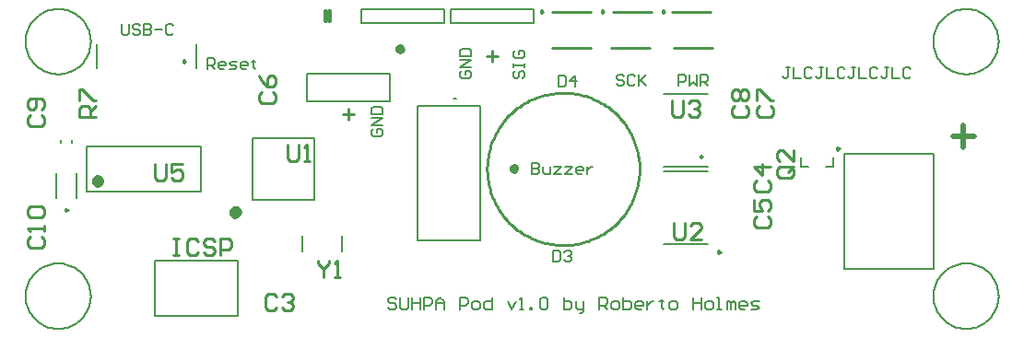
<source format=gto>
G04*
G04 #@! TF.GenerationSoftware,Altium Limited,Altium Designer,20.1.10 (176)*
G04*
G04 Layer_Color=65535*
%FSLAX25Y25*%
%MOIN*%
G70*
G04*
G04 #@! TF.SameCoordinates,4904768C-9D57-489E-94B9-A5ABCCC02516*
G04*
G04*
G04 #@! TF.FilePolarity,Positive*
G04*
G01*
G75*
%ADD10C,0.00984*%
%ADD11C,0.02362*%
%ADD12C,0.01968*%
%ADD13C,0.01000*%
%ADD14C,0.00787*%
%ADD15C,0.00800*%
%ADD16C,0.01575*%
%ADD17C,0.00500*%
D10*
X245992Y63500D02*
X245254Y63926D01*
Y63074D01*
X245992Y63500D01*
X252492Y29000D02*
X251754Y29426D01*
Y28574D01*
X252492Y29000D01*
X27760Y54724D02*
X27022Y55151D01*
Y54298D01*
X27760Y54724D01*
X76992Y42500D02*
X76254Y42926D01*
Y42074D01*
X76992Y42500D01*
X295472Y66437D02*
X294734Y66863D01*
Y66011D01*
X295472Y66437D01*
X58992Y98000D02*
X58254Y98426D01*
Y97574D01*
X58992Y98000D01*
X16492Y44240D02*
X15754Y44666D01*
Y43814D01*
X16492Y44240D01*
X167984Y99952D02*
X171920D01*
X169952Y101920D02*
Y97984D01*
X115984Y78952D02*
X119920D01*
X117952Y80920D02*
Y76984D01*
D11*
X28449Y54724D02*
X28004Y55648D01*
X27005Y55876D01*
X26204Y55237D01*
Y54212D01*
X27005Y53573D01*
X28004Y53801D01*
X28449Y54724D01*
X78181Y43500D02*
X77736Y44423D01*
X76737Y44651D01*
X75936Y44012D01*
Y42987D01*
X76737Y42349D01*
X77736Y42577D01*
X78181Y43500D01*
D12*
X137488Y102374D02*
X136944Y103123D01*
X136064Y102837D01*
Y101911D01*
X136944Y101625D01*
X137488Y102374D01*
X178740Y59055D02*
X178196Y59804D01*
X177316Y59518D01*
Y58592D01*
X178196Y58306D01*
X178740Y59055D01*
X336469Y70904D02*
X344340D01*
X340404Y74840D02*
Y66969D01*
D13*
X223228Y59055D02*
X223210Y60056D01*
X223156Y61055D01*
X223065Y62052D01*
X222938Y63045D01*
X222775Y64032D01*
X222577Y65013D01*
X222342Y65986D01*
X222073Y66950D01*
X221769Y67904D01*
X221431Y68846D01*
X221058Y69775D01*
X220652Y70689D01*
X220213Y71589D01*
X219742Y72472D01*
X219239Y73337D01*
X218705Y74184D01*
X218140Y75010D01*
X217546Y75815D01*
X216923Y76599D01*
X216272Y77359D01*
X215594Y78095D01*
X214889Y78806D01*
X214159Y79491D01*
X213405Y80149D01*
X212628Y80779D01*
X211828Y81380D01*
X211006Y81952D01*
X210165Y82494D01*
X209304Y83005D01*
X208425Y83484D01*
X207530Y83931D01*
X206619Y84346D01*
X205693Y84727D01*
X204755Y85074D01*
X203804Y85386D01*
X202842Y85664D01*
X201871Y85907D01*
X200892Y86115D01*
X199906Y86286D01*
X198915Y86422D01*
X197919Y86522D01*
X196920Y86586D01*
X195920Y86613D01*
X194919Y86604D01*
X193919Y86559D01*
X192921Y86477D01*
X191927Y86359D01*
X190938Y86205D01*
X189956Y86015D01*
X188981Y85790D01*
X188014Y85530D01*
X187058Y85234D01*
X186113Y84904D01*
X185181Y84540D01*
X184262Y84143D01*
X183359Y83712D01*
X182472Y83249D01*
X181602Y82753D01*
X180751Y82227D01*
X179919Y81670D01*
X179108Y81083D01*
X178319Y80467D01*
X177553Y79823D01*
X176811Y79152D01*
X176094Y78454D01*
X175402Y77730D01*
X174738Y76982D01*
X174100Y76210D01*
X173492Y75415D01*
X172912Y74599D01*
X172363Y73763D01*
X171844Y72907D01*
X171357Y72033D01*
X170902Y71141D01*
X170479Y70234D01*
X170090Y69312D01*
X169734Y68376D01*
X169413Y67428D01*
X169126Y66470D01*
X168875Y65501D01*
X168658Y64524D01*
X168477Y63539D01*
X168333Y62549D01*
X168224Y61554D01*
X168151Y60556D01*
X168115Y59556D01*
X168115Y58555D01*
X168151Y57555D01*
X168224Y56556D01*
X168333Y55561D01*
X168477Y54571D01*
X168658Y53587D01*
X168875Y52609D01*
X169126Y51641D01*
X169413Y50682D01*
X169734Y49734D01*
X170090Y48798D01*
X170479Y47876D01*
X170902Y46969D01*
X171357Y46078D01*
X171844Y45204D01*
X172363Y44348D01*
X172912Y43511D01*
X173492Y42695D01*
X174100Y41900D01*
X174738Y41129D01*
X175402Y40380D01*
X176094Y39657D01*
X176811Y38959D01*
X177553Y38287D01*
X178319Y37643D01*
X179108Y37027D01*
X179919Y36440D01*
X180750Y35883D01*
X181602Y35357D01*
X182472Y34862D01*
X183359Y34398D01*
X184262Y33968D01*
X185180Y33570D01*
X186113Y33206D01*
X187058Y32876D01*
X188014Y32581D01*
X188980Y32320D01*
X189955Y32095D01*
X190938Y31905D01*
X191927Y31751D01*
X192921Y31633D01*
X193919Y31552D01*
X194919Y31506D01*
X195919Y31497D01*
X196920Y31525D01*
X197919Y31588D01*
X198915Y31688D01*
X199906Y31824D01*
X200892Y31995D01*
X201871Y32203D01*
X202842Y32446D01*
X203804Y32724D01*
X204754Y33037D01*
X205693Y33384D01*
X206619Y33765D01*
X207530Y34179D01*
X208425Y34626D01*
X209304Y35105D01*
X210165Y35616D01*
X211006Y36158D01*
X211827Y36730D01*
X212628Y37331D01*
X213405Y37962D01*
X214159Y38619D01*
X214889Y39304D01*
X215594Y40015D01*
X216272Y40751D01*
X216923Y41511D01*
X217546Y42295D01*
X218140Y43100D01*
X218705Y43927D01*
X219239Y44773D01*
X219742Y45638D01*
X220213Y46521D01*
X220652Y47421D01*
X221058Y48335D01*
X221431Y49264D01*
X221769Y50206D01*
X222073Y51160D01*
X222342Y52124D01*
X222577Y53097D01*
X222775Y54078D01*
X222938Y55066D01*
X223065Y56058D01*
X223156Y57055D01*
X223210Y58054D01*
X223228Y59055D01*
X188440Y116000D02*
X187780Y116381D01*
Y115619D01*
X188440Y116000D01*
X232440D02*
X231780Y116381D01*
Y115619D01*
X232440Y116000D01*
X210440D02*
X209780Y116381D01*
Y115619D01*
X210440Y116000D01*
X235500Y103000D02*
X249476D01*
X213024D02*
X227000D01*
X191500Y116000D02*
X205476D01*
X191500Y103000D02*
X205476D01*
X235024Y116000D02*
X249000D01*
X213524D02*
X227500D01*
X107001Y25999D02*
Y24999D01*
X109001Y23000D01*
X111000Y24999D01*
Y25999D01*
X109001Y23000D02*
Y20001D01*
X112999D02*
X114999D01*
X113999D01*
Y25999D01*
X112999Y24999D01*
X277999Y60000D02*
X274001D01*
X273001Y59001D01*
Y57001D01*
X274001Y56002D01*
X277999D01*
X278999Y57001D01*
Y59001D01*
X277000Y58001D02*
X278999Y60000D01*
Y59001D02*
X277999Y60000D01*
X278999Y65998D02*
Y62000D01*
X275000Y65998D01*
X274001D01*
X273001Y64999D01*
Y62999D01*
X274001Y62000D01*
X235502Y39499D02*
Y34501D01*
X236501Y33501D01*
X238501D01*
X239500Y34501D01*
Y39499D01*
X245498Y33501D02*
X241500D01*
X245498Y37500D01*
Y38499D01*
X244499Y39499D01*
X242499D01*
X241500Y38499D01*
X265501Y42000D02*
X264501Y41001D01*
Y39001D01*
X265501Y38002D01*
X269499D01*
X270499Y39001D01*
Y41001D01*
X269499Y42000D01*
X264501Y47998D02*
Y44000D01*
X267500D01*
X266500Y45999D01*
Y46999D01*
X267500Y47998D01*
X269499D01*
X270499Y46999D01*
Y44999D01*
X269499Y44000D01*
X265501Y55000D02*
X264501Y54001D01*
Y52001D01*
X265501Y51002D01*
X269499D01*
X270499Y52001D01*
Y54001D01*
X269499Y55000D01*
X270499Y59999D02*
X264501D01*
X267500Y57000D01*
Y60998D01*
X235002Y83999D02*
Y79001D01*
X236001Y78001D01*
X238001D01*
X239000Y79001D01*
Y83999D01*
X241000Y82999D02*
X241999Y83999D01*
X243999D01*
X244998Y82999D01*
Y82000D01*
X243999Y81000D01*
X242999D01*
X243999D01*
X244998Y80000D01*
Y79001D01*
X243999Y78001D01*
X241999D01*
X241000Y79001D01*
X257501Y82000D02*
X256501Y81001D01*
Y79001D01*
X257501Y78002D01*
X261499D01*
X262499Y79001D01*
Y81001D01*
X261499Y82000D01*
X257501Y84000D02*
X256501Y84999D01*
Y86999D01*
X257501Y87998D01*
X258500D01*
X259500Y86999D01*
X260500Y87998D01*
X261499D01*
X262499Y86999D01*
Y84999D01*
X261499Y84000D01*
X260500D01*
X259500Y84999D01*
X258500Y84000D01*
X257501D01*
X259500Y84999D02*
Y86999D01*
X266501Y82000D02*
X265501Y81001D01*
Y79001D01*
X266501Y78002D01*
X270499D01*
X271499Y79001D01*
Y81001D01*
X270499Y82000D01*
X265501Y84000D02*
Y87998D01*
X266501D01*
X270499Y84000D01*
X271499D01*
X3001Y34501D02*
X2001Y33501D01*
Y31502D01*
X3001Y30502D01*
X6999D01*
X7999Y31502D01*
Y33501D01*
X6999Y34501D01*
X7999Y36500D02*
Y38500D01*
Y37500D01*
X2001D01*
X3001Y36500D01*
Y41499D02*
X2001Y42498D01*
Y44498D01*
X3001Y45498D01*
X6999D01*
X7999Y44498D01*
Y42498D01*
X6999Y41499D01*
X3001D01*
X3001Y78500D02*
X2001Y77501D01*
Y75501D01*
X3001Y74502D01*
X6999D01*
X7999Y75501D01*
Y77501D01*
X6999Y78500D01*
Y80500D02*
X7999Y81499D01*
Y83499D01*
X6999Y84498D01*
X3001D01*
X2001Y83499D01*
Y81499D01*
X3001Y80500D01*
X4000D01*
X5000Y81499D01*
Y84498D01*
X48002Y60999D02*
Y56001D01*
X49001Y55001D01*
X51001D01*
X52000Y56001D01*
Y60999D01*
X57998D02*
X54000D01*
Y58000D01*
X55999Y59000D01*
X56999D01*
X57998Y58000D01*
Y56001D01*
X56999Y55001D01*
X54999D01*
X54000Y56001D01*
X96001Y67999D02*
Y63001D01*
X97001Y62001D01*
X99000D01*
X100000Y63001D01*
Y67999D01*
X101999Y62001D02*
X103999D01*
X102999D01*
Y67999D01*
X101999Y66999D01*
X26499Y78002D02*
X20501D01*
Y81001D01*
X21501Y82000D01*
X23500D01*
X24500Y81001D01*
Y78002D01*
Y80001D02*
X26499Y82000D01*
X20501Y84000D02*
Y87998D01*
X21501D01*
X25499Y84000D01*
X26499D01*
X54503Y33999D02*
X56503D01*
X55503D01*
Y28001D01*
X54503D01*
X56503D01*
X63500Y32999D02*
X62501Y33999D01*
X60501D01*
X59502Y32999D01*
Y29001D01*
X60501Y28001D01*
X62501D01*
X63500Y29001D01*
X69499Y32999D02*
X68499Y33999D01*
X66500D01*
X65500Y32999D01*
Y32000D01*
X66500Y31000D01*
X68499D01*
X69499Y30000D01*
Y29001D01*
X68499Y28001D01*
X66500D01*
X65500Y29001D01*
X71498Y28001D02*
Y33999D01*
X74497D01*
X75497Y32999D01*
Y31000D01*
X74497Y30000D01*
X71498D01*
X86501Y87000D02*
X85501Y86001D01*
Y84001D01*
X86501Y83002D01*
X90499D01*
X91499Y84001D01*
Y86001D01*
X90499Y87000D01*
X85501Y92998D02*
X86501Y90999D01*
X88500Y89000D01*
X90499D01*
X91499Y89999D01*
Y91999D01*
X90499Y92998D01*
X89500D01*
X88500Y91999D01*
Y89000D01*
X92000Y12999D02*
X91001Y13999D01*
X89001D01*
X88002Y12999D01*
Y9001D01*
X89001Y8001D01*
X91001D01*
X92000Y9001D01*
X94000Y12999D02*
X94999Y13999D01*
X96999D01*
X97998Y12999D01*
Y12000D01*
X96999Y11000D01*
X95999D01*
X96999D01*
X97998Y10000D01*
Y9001D01*
X96999Y8001D01*
X94999D01*
X94000Y9001D01*
D14*
X156894Y84390D02*
X156106D01*
X156894D01*
X24803Y105118D02*
X24761Y106120D01*
X24633Y107114D01*
X24422Y108094D01*
X24128Y109053D01*
X23755Y109983D01*
X23303Y110878D01*
X22778Y111732D01*
X22182Y112538D01*
X21519Y113291D01*
X20795Y113984D01*
X20015Y114614D01*
X19185Y115175D01*
X18309Y115665D01*
X17396Y116077D01*
X16451Y116411D01*
X15481Y116664D01*
X14492Y116833D01*
X13493Y116919D01*
X12491D01*
X11492Y116833D01*
X10504Y116664D01*
X9534Y116411D01*
X8588Y116077D01*
X7675Y115665D01*
X6799Y115175D01*
X5969Y114614D01*
X5189Y113984D01*
X4465Y113291D01*
X3803Y112538D01*
X3207Y111732D01*
X2681Y110878D01*
X2230Y109983D01*
X1856Y109053D01*
X1562Y108094D01*
X1351Y107114D01*
X1224Y106120D01*
X1181Y105118D01*
X1224Y104116D01*
X1351Y103122D01*
X1562Y102142D01*
X1856Y101183D01*
X2230Y100253D01*
X2681Y99358D01*
X3207Y98504D01*
X3803Y97698D01*
X4465Y96946D01*
X5189Y96252D01*
X5969Y95622D01*
X6800Y95061D01*
X7675Y94572D01*
X8588Y94159D01*
X9534Y93825D01*
X10504Y93572D01*
X11492Y93403D01*
X12491Y93318D01*
X13493D01*
X14492Y93403D01*
X15481Y93572D01*
X16451Y93825D01*
X17396Y94159D01*
X18309Y94572D01*
X19185Y95061D01*
X20015Y95622D01*
X20795Y96252D01*
X21519Y96946D01*
X22182Y97698D01*
X22778Y98504D01*
X23303Y99358D01*
X23755Y100253D01*
X24128Y101183D01*
X24422Y102142D01*
X24633Y103122D01*
X24761Y104116D01*
X24803Y105118D01*
X232000Y58189D02*
X248071D01*
X232000Y31811D02*
X248071D01*
X115587Y29146D02*
Y34854D01*
X101413Y29146D02*
Y34854D01*
X232000Y86189D02*
X248000D01*
X232000Y59811D02*
X248000D01*
X297358Y22953D02*
X329642D01*
X297358D02*
Y64685D01*
X329642D01*
Y22953D02*
Y64685D01*
X64669Y50787D02*
Y67323D01*
X23331Y50787D02*
Y67323D01*
X64669D01*
X23331Y50787D02*
X64669D01*
X105709Y47835D02*
Y70276D01*
X83268Y47835D02*
Y70276D01*
X105709D01*
X83268Y47835D02*
X105709D01*
X293406Y59744D02*
Y63287D01*
X290650Y59744D02*
X293406D01*
X281594D02*
Y63287D01*
Y59744D02*
X284350D01*
X155000Y117000D02*
X185000D01*
X155000Y112000D02*
Y117000D01*
X185000Y112000D02*
Y117000D01*
X155000Y112000D02*
X185000D01*
X122500Y117000D02*
X152500D01*
X122500Y112000D02*
Y117000D01*
X152500Y112000D02*
Y117000D01*
X122500Y112000D02*
X152500D01*
X103000Y83500D02*
X133000D01*
Y93500D01*
X103000D02*
X133000D01*
X103000Y83500D02*
Y93500D01*
X27008Y95520D02*
Y104181D01*
X62992Y95520D02*
Y104181D01*
X48000Y6000D02*
Y26000D01*
X78000Y6000D02*
Y26000D01*
X48000Y6000D02*
X78000D01*
X48000Y26000D02*
X78000D01*
X48000D02*
X67167D01*
X13933Y68508D02*
Y69492D01*
X18067Y68508D02*
Y69492D01*
X19642Y48472D02*
Y57528D01*
X12358Y48472D02*
Y57528D01*
D15*
X353150Y105118D02*
X353107Y106120D01*
X352980Y107114D01*
X352768Y108094D01*
X352475Y109053D01*
X352101Y109983D01*
X351650Y110878D01*
X351124Y111732D01*
X350528Y112538D01*
X349866Y113291D01*
X349142Y113984D01*
X348362Y114614D01*
X347531Y115175D01*
X346656Y115665D01*
X345742Y116077D01*
X344797Y116411D01*
X343827Y116664D01*
X342839Y116833D01*
X341840Y116919D01*
X340837D01*
X339838Y116833D01*
X338850Y116664D01*
X337880Y116411D01*
X336935Y116077D01*
X336021Y115665D01*
X335146Y115175D01*
X334315Y114614D01*
X333535Y113984D01*
X332811Y113291D01*
X332149Y112538D01*
X331553Y111732D01*
X331027Y110878D01*
X330576Y109983D01*
X330202Y109053D01*
X329909Y108094D01*
X329697Y107114D01*
X329570Y106120D01*
X329528Y105118D01*
X329570Y104116D01*
X329697Y103122D01*
X329909Y102142D01*
X330202Y101183D01*
X330576Y100253D01*
X331027Y99358D01*
X331553Y98504D01*
X332149Y97698D01*
X332812Y96946D01*
X333535Y96252D01*
X334315Y95622D01*
X335146Y95061D01*
X336021Y94572D01*
X336935Y94159D01*
X337880Y93825D01*
X338850Y93572D01*
X339838Y93403D01*
X340837Y93318D01*
X341840D01*
X342839Y93403D01*
X343827Y93572D01*
X344797Y93825D01*
X345742Y94159D01*
X346656Y94572D01*
X347531Y95061D01*
X348362Y95622D01*
X349142Y96252D01*
X349866Y96946D01*
X350528Y97698D01*
X351124Y98504D01*
X351650Y99358D01*
X352101Y100253D01*
X352475Y101183D01*
X352768Y102142D01*
X352980Y103122D01*
X353107Y104116D01*
X353150Y105118D01*
Y12992D02*
X353107Y13994D01*
X352980Y14988D01*
X352768Y15968D01*
X352475Y16927D01*
X352101Y17857D01*
X351650Y18752D01*
X351124Y19606D01*
X350528Y20412D01*
X349866Y21165D01*
X349142Y21858D01*
X348362Y22488D01*
X347531Y23050D01*
X346656Y23539D01*
X345742Y23951D01*
X344797Y24285D01*
X343827Y24538D01*
X342839Y24708D01*
X341840Y24792D01*
X340837D01*
X339838Y24708D01*
X338850Y24538D01*
X337880Y24285D01*
X336935Y23951D01*
X336021Y23539D01*
X335146Y23050D01*
X334315Y22488D01*
X333535Y21858D01*
X332811Y21165D01*
X332149Y20412D01*
X331553Y19606D01*
X331027Y18752D01*
X330576Y17857D01*
X330202Y16927D01*
X329909Y15968D01*
X329697Y14988D01*
X329570Y13994D01*
X329528Y12992D01*
X329570Y11991D01*
X329697Y10996D01*
X329909Y10016D01*
X330202Y9057D01*
X330576Y8127D01*
X331027Y7232D01*
X331553Y6378D01*
X332149Y5572D01*
X332812Y4820D01*
X333535Y4126D01*
X334315Y3496D01*
X335146Y2935D01*
X336021Y2446D01*
X336935Y2033D01*
X337880Y1699D01*
X338850Y1446D01*
X339838Y1277D01*
X340837Y1192D01*
X341840D01*
X342839Y1277D01*
X343827Y1446D01*
X344797Y1699D01*
X345742Y2033D01*
X346656Y2446D01*
X347531Y2935D01*
X348362Y3496D01*
X349142Y4126D01*
X349866Y4820D01*
X350528Y5572D01*
X351124Y6378D01*
X351650Y7232D01*
X352101Y8127D01*
X352475Y9057D01*
X352768Y10016D01*
X352980Y10996D01*
X353107Y11991D01*
X353150Y12992D01*
X24803D02*
X24761Y13994D01*
X24633Y14988D01*
X24422Y15968D01*
X24128Y16927D01*
X23755Y17857D01*
X23303Y18752D01*
X22778Y19606D01*
X22182Y20412D01*
X21519Y21165D01*
X20795Y21858D01*
X20015Y22488D01*
X19185Y23050D01*
X18309Y23539D01*
X17396Y23951D01*
X16451Y24285D01*
X15481Y24538D01*
X14492Y24708D01*
X13493Y24792D01*
X12491D01*
X11492Y24708D01*
X10504Y24538D01*
X9534Y24285D01*
X8588Y23951D01*
X7675Y23539D01*
X6799Y23050D01*
X5969Y22488D01*
X5189Y21858D01*
X4465Y21165D01*
X3803Y20412D01*
X3207Y19606D01*
X2681Y18752D01*
X2230Y17857D01*
X1856Y16927D01*
X1562Y15968D01*
X1351Y14988D01*
X1224Y13994D01*
X1181Y12992D01*
X1224Y11991D01*
X1351Y10996D01*
X1562Y10016D01*
X1856Y9057D01*
X2230Y8127D01*
X2681Y7232D01*
X3207Y6378D01*
X3803Y5572D01*
X4465Y4820D01*
X5189Y4126D01*
X5969Y3496D01*
X6800Y2935D01*
X7675Y2446D01*
X8588Y2033D01*
X9534Y1699D01*
X10504Y1446D01*
X11492Y1277D01*
X12491Y1192D01*
X13493D01*
X14492Y1277D01*
X15481Y1446D01*
X16451Y1699D01*
X17396Y2033D01*
X18309Y2446D01*
X19185Y2935D01*
X20015Y3496D01*
X20795Y4126D01*
X21519Y4820D01*
X22182Y5572D01*
X22778Y6378D01*
X23303Y7232D01*
X23755Y8127D01*
X24128Y9057D01*
X24422Y10016D01*
X24633Y10996D01*
X24761Y11991D01*
X24803Y12992D01*
X36029Y111412D02*
Y108079D01*
X36696Y107413D01*
X38028D01*
X38695Y108079D01*
Y111412D01*
X42694Y110745D02*
X42027Y111412D01*
X40694D01*
X40028Y110745D01*
Y110079D01*
X40694Y109412D01*
X42027D01*
X42694Y108746D01*
Y108079D01*
X42027Y107413D01*
X40694D01*
X40028Y108079D01*
X44027Y111412D02*
Y107413D01*
X46026D01*
X46692Y108079D01*
Y108746D01*
X46026Y109412D01*
X44027D01*
X46026D01*
X46692Y110079D01*
Y110745D01*
X46026Y111412D01*
X44027D01*
X48025Y109412D02*
X50691D01*
X54690Y110745D02*
X54023Y111412D01*
X52690D01*
X52024Y110745D01*
Y108079D01*
X52690Y107413D01*
X54023D01*
X54690Y108079D01*
X66800Y95300D02*
Y99299D01*
X68799D01*
X69466Y98632D01*
Y97299D01*
X68799Y96633D01*
X66800D01*
X68133D02*
X69466Y95300D01*
X72798D02*
X71465D01*
X70799Y95966D01*
Y97299D01*
X71465Y97966D01*
X72798D01*
X73465Y97299D01*
Y96633D01*
X70799D01*
X74797Y95300D02*
X76797D01*
X77463Y95966D01*
X76797Y96633D01*
X75464D01*
X74797Y97299D01*
X75464Y97966D01*
X77463D01*
X80796Y95300D02*
X79463D01*
X78796Y95966D01*
Y97299D01*
X79463Y97966D01*
X80796D01*
X81462Y97299D01*
Y96633D01*
X78796D01*
X83461Y98632D02*
Y97966D01*
X82795D01*
X84128D01*
X83461D01*
Y95966D01*
X84128Y95300D01*
X135186Y11851D02*
X134465Y12572D01*
X133022D01*
X132300Y11851D01*
Y11129D01*
X133022Y10408D01*
X134465D01*
X135186Y9686D01*
Y8965D01*
X134465Y8243D01*
X133022D01*
X132300Y8965D01*
X136629Y12572D02*
Y8965D01*
X137351Y8243D01*
X138794D01*
X139515Y8965D01*
Y12572D01*
X140959D02*
Y8243D01*
Y10408D01*
X143845D01*
Y12572D01*
Y8243D01*
X145288D02*
Y12572D01*
X147453D01*
X148174Y11851D01*
Y10408D01*
X147453Y9686D01*
X145288D01*
X149617Y8243D02*
Y11129D01*
X151060Y12572D01*
X152503Y11129D01*
Y8243D01*
Y10408D01*
X149617D01*
X158276Y8243D02*
Y12572D01*
X160441D01*
X161162Y11851D01*
Y10408D01*
X160441Y9686D01*
X158276D01*
X163327Y8243D02*
X164770D01*
X165491Y8965D01*
Y10408D01*
X164770Y11129D01*
X163327D01*
X162605Y10408D01*
Y8965D01*
X163327Y8243D01*
X169821Y12572D02*
Y8243D01*
X167656D01*
X166935Y8965D01*
Y10408D01*
X167656Y11129D01*
X169821D01*
X175593D02*
X177036Y8243D01*
X178479Y11129D01*
X179922Y8243D02*
X181366D01*
X180644D01*
Y12572D01*
X179922Y11851D01*
X183530Y8243D02*
Y8965D01*
X184252D01*
Y8243D01*
X183530D01*
X187138Y11851D02*
X187859Y12572D01*
X189303D01*
X190024Y11851D01*
Y8965D01*
X189303Y8243D01*
X187859D01*
X187138Y8965D01*
Y11851D01*
X195797Y12572D02*
Y8243D01*
X197961D01*
X198683Y8965D01*
Y9686D01*
Y10408D01*
X197961Y11129D01*
X195797D01*
X200126D02*
Y8965D01*
X200847Y8243D01*
X203012D01*
Y7522D01*
X202291Y6800D01*
X201569D01*
X203012Y8243D02*
Y11129D01*
X208785Y8243D02*
Y12572D01*
X210949D01*
X211671Y11851D01*
Y10408D01*
X210949Y9686D01*
X208785D01*
X210228D02*
X211671Y8243D01*
X213835D02*
X215279D01*
X216000Y8965D01*
Y10408D01*
X215279Y11129D01*
X213835D01*
X213114Y10408D01*
Y8965D01*
X213835Y8243D01*
X217443Y12572D02*
Y8243D01*
X219608D01*
X220329Y8965D01*
Y9686D01*
Y10408D01*
X219608Y11129D01*
X217443D01*
X223937Y8243D02*
X222494D01*
X221772Y8965D01*
Y10408D01*
X222494Y11129D01*
X223937D01*
X224659Y10408D01*
Y9686D01*
X221772D01*
X226102Y11129D02*
Y8243D01*
Y9686D01*
X226823Y10408D01*
X227545Y11129D01*
X228266D01*
X231153Y11851D02*
Y11129D01*
X230431D01*
X231874D01*
X231153D01*
Y8965D01*
X231874Y8243D01*
X234760D02*
X236204D01*
X236925Y8965D01*
Y10408D01*
X236204Y11129D01*
X234760D01*
X234039Y10408D01*
Y8965D01*
X234760Y8243D01*
X242697Y12572D02*
Y8243D01*
Y10408D01*
X245584D01*
Y12572D01*
Y8243D01*
X247748D02*
X249191D01*
X249913Y8965D01*
Y10408D01*
X249191Y11129D01*
X247748D01*
X247027Y10408D01*
Y8965D01*
X247748Y8243D01*
X251356D02*
X252799D01*
X252078D01*
Y12572D01*
X251356D01*
X254964Y8243D02*
Y11129D01*
X255685D01*
X256407Y10408D01*
Y8243D01*
Y10408D01*
X257129Y11129D01*
X257850Y10408D01*
Y8243D01*
X261458D02*
X260015D01*
X259293Y8965D01*
Y10408D01*
X260015Y11129D01*
X261458D01*
X262179Y10408D01*
Y9686D01*
X259293D01*
X263622Y8243D02*
X265787D01*
X266509Y8965D01*
X265787Y9686D01*
X264344D01*
X263622Y10408D01*
X264344Y11129D01*
X266509D01*
X184300Y61299D02*
Y57300D01*
X186299D01*
X186966Y57966D01*
Y58633D01*
X186299Y59299D01*
X184300D01*
X186299D01*
X186966Y59966D01*
Y60632D01*
X186299Y61299D01*
X184300D01*
X188299Y59966D02*
Y57966D01*
X188965Y57300D01*
X190964D01*
Y59966D01*
X192297D02*
X194963D01*
X192297Y57300D01*
X194963D01*
X196296Y59966D02*
X198962D01*
X196296Y57300D01*
X198962D01*
X202294D02*
X200961D01*
X200295Y57966D01*
Y59299D01*
X200961Y59966D01*
X202294D01*
X202961Y59299D01*
Y58633D01*
X200295D01*
X204294Y59966D02*
Y57300D01*
Y58633D01*
X204960Y59299D01*
X205627Y59966D01*
X206293D01*
X192062Y29443D02*
Y25444D01*
X194061D01*
X194727Y26110D01*
Y28776D01*
X194061Y29443D01*
X192062D01*
X196060Y28776D02*
X196727Y29443D01*
X198060D01*
X198726Y28776D01*
Y28110D01*
X198060Y27443D01*
X197393D01*
X198060D01*
X198726Y26777D01*
Y26110D01*
X198060Y25444D01*
X196727D01*
X196060Y26110D01*
X178368Y94466D02*
X177701Y93799D01*
Y92466D01*
X178368Y91800D01*
X179034D01*
X179701Y92466D01*
Y93799D01*
X180367Y94466D01*
X181034D01*
X181700Y93799D01*
Y92466D01*
X181034Y91800D01*
X177701Y95799D02*
Y97132D01*
Y96465D01*
X181700D01*
Y95799D01*
Y97132D01*
X178368Y101797D02*
X177701Y101130D01*
Y99797D01*
X178368Y99131D01*
X181034D01*
X181700Y99797D01*
Y101130D01*
X181034Y101797D01*
X179701D01*
Y100464D01*
X158868Y94466D02*
X158201Y93799D01*
Y92466D01*
X158868Y91800D01*
X161533D01*
X162200Y92466D01*
Y93799D01*
X161533Y94466D01*
X160201D01*
Y93133D01*
X162200Y95799D02*
X158201D01*
X162200Y98465D01*
X158201D01*
Y99797D02*
X162200D01*
Y101797D01*
X161533Y102463D01*
X158868D01*
X158201Y101797D01*
Y99797D01*
X126868Y73466D02*
X126201Y72799D01*
Y71466D01*
X126868Y70800D01*
X129534D01*
X130200Y71466D01*
Y72799D01*
X129534Y73466D01*
X128201D01*
Y72133D01*
X130200Y74799D02*
X126201D01*
X130200Y77464D01*
X126201D01*
Y78797D02*
X130200D01*
Y80797D01*
X129534Y81463D01*
X126868D01*
X126201Y80797D01*
Y78797D01*
X277466Y95799D02*
X276133D01*
X276799D01*
Y92466D01*
X276133Y91800D01*
X275466D01*
X274800Y92466D01*
X278799Y95799D02*
Y91800D01*
X281465D01*
X285463Y95132D02*
X284797Y95799D01*
X283464D01*
X282797Y95132D01*
Y92466D01*
X283464Y91800D01*
X284797D01*
X285463Y92466D01*
X289462Y95799D02*
X288129D01*
X288795D01*
Y92466D01*
X288129Y91800D01*
X287463D01*
X286796Y92466D01*
X290795Y95799D02*
Y91800D01*
X293461D01*
X297459Y95132D02*
X296793Y95799D01*
X295460D01*
X294794Y95132D01*
Y92466D01*
X295460Y91800D01*
X296793D01*
X297459Y92466D01*
X301458Y95799D02*
X300125D01*
X300792D01*
Y92466D01*
X300125Y91800D01*
X299459D01*
X298792Y92466D01*
X302791Y95799D02*
Y91800D01*
X305457D01*
X309455Y95132D02*
X308789Y95799D01*
X307456D01*
X306790Y95132D01*
Y92466D01*
X307456Y91800D01*
X308789D01*
X309455Y92466D01*
X313454Y95799D02*
X312121D01*
X312788D01*
Y92466D01*
X312121Y91800D01*
X311455D01*
X310788Y92466D01*
X314787Y95799D02*
Y91800D01*
X317453D01*
X321452Y95132D02*
X320785Y95799D01*
X319452D01*
X318786Y95132D01*
Y92466D01*
X319452Y91800D01*
X320785D01*
X321452Y92466D01*
X193800Y92799D02*
Y88800D01*
X195799D01*
X196466Y89466D01*
Y92132D01*
X195799Y92799D01*
X193800D01*
X199798Y88800D02*
Y92799D01*
X197799Y90799D01*
X200465D01*
X237300Y89300D02*
Y93299D01*
X239299D01*
X239966Y92632D01*
Y91299D01*
X239299Y90633D01*
X237300D01*
X241299Y93299D02*
Y89300D01*
X242632Y90633D01*
X243965Y89300D01*
Y93299D01*
X245297Y89300D02*
Y93299D01*
X247297D01*
X247963Y92632D01*
Y91299D01*
X247297Y90633D01*
X245297D01*
X246630D02*
X247963Y89300D01*
X217466Y92632D02*
X216799Y93299D01*
X215466D01*
X214800Y92632D01*
Y91966D01*
X215466Y91299D01*
X216799D01*
X217466Y90633D01*
Y89966D01*
X216799Y89300D01*
X215466D01*
X214800Y89966D01*
X221464Y92632D02*
X220798Y93299D01*
X219465D01*
X218799Y92632D01*
Y89966D01*
X219465Y89300D01*
X220798D01*
X221464Y89966D01*
X222797Y93299D02*
Y89300D01*
Y90633D01*
X225463Y93299D01*
X223464Y91299D01*
X225463Y89300D01*
D16*
X109504Y112925D02*
Y116075D01*
X110996Y112925D02*
Y116075D01*
D17*
X143114Y81988D02*
X165752D01*
Y33169D02*
Y81988D01*
X143114Y33169D02*
X165752D01*
X143114D02*
Y81988D01*
M02*

</source>
